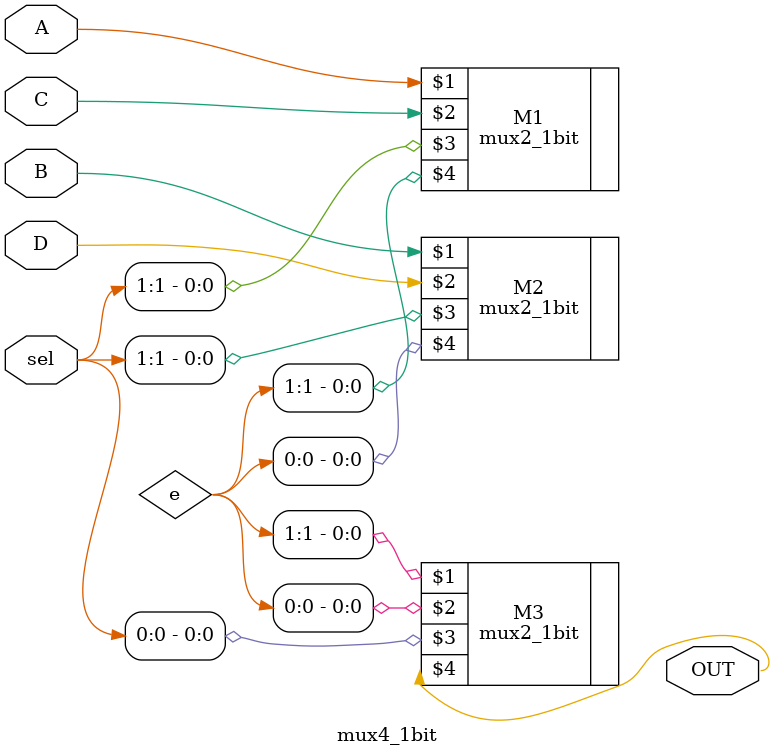
<source format=v>
`timescale 1ns / 1ps
module mux4_1bit(A, B, C, D, sel, OUT);

input A, B, C, D;
input [1:0] sel;
output OUT;
wire [1:0] e;

mux2_1bit  M1	(A, C, sel[1], e[1]);
mux2_1bit  M2	(B, D, sel[1], e[0]);
mux2_1bit  M3	(e[1], e[0], sel[0], OUT);

endmodule

</source>
